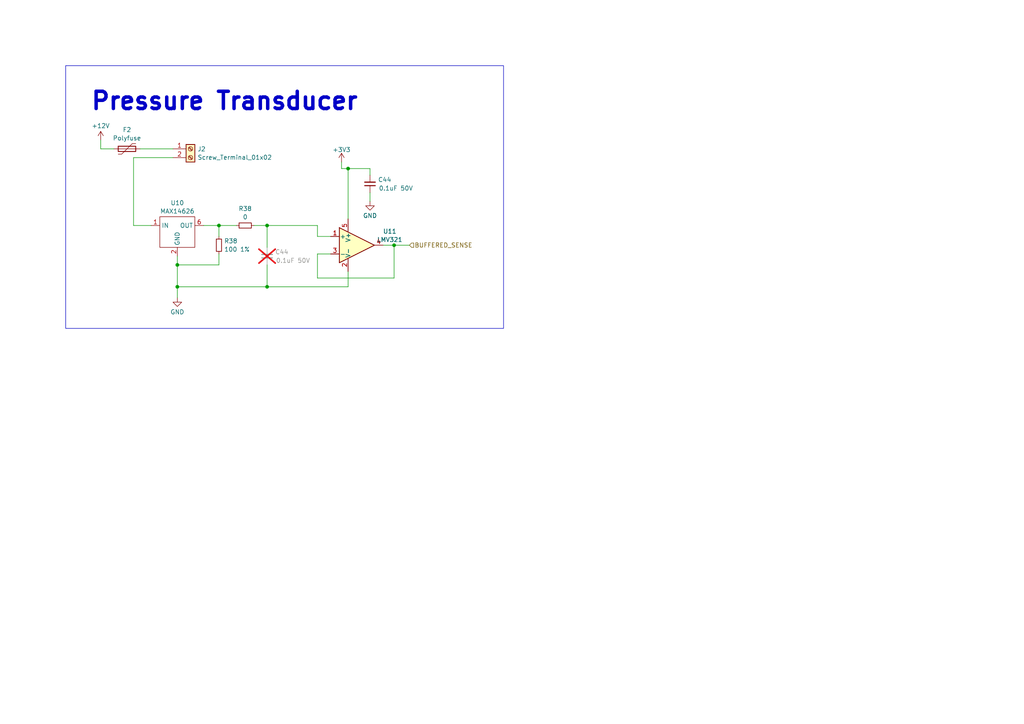
<source format=kicad_sch>
(kicad_sch (version 20230121) (generator eeschema)
  (paper "A4")
  (lib_symbols
    (symbol "Amplifier_Operational:LMV321" (pin_names (offset 0.127))
      (property "Reference" "U" (at 0 5.08 0))
      (property "Value" "LMV321" (at 0 -5.08 0))
      (symbol "LMV321_0_1"
        (polyline (pts (xy -5.08 5.08) (xy 5.08 0) (xy -5.08 -5.08) (xy -5.08 5.08)) (stroke (width 0.254)) (fill (type background)))
        (pin power_in line (at -2.54 -7.62 90) (length 3.81) (name "V-") (number "2"))
        (pin power_in line (at -2.54 7.62 270) (length 3.81) (name "V+") (number "5"))
      )
      (symbol "LMV321_1_1"
        (pin input line (at -7.62 2.54 0) (length 2.54) (name "+") (number "1"))
        (pin input line (at -7.62 -2.54 0) (length 2.54) (name "-") (number "3"))
        (pin output line (at 7.62 0 180) (length 2.54) (name "~") (number "4"))
      )
    )
    (symbol "Connector:Screw_Terminal_01x02" (pin_names (offset 1.016) hide)
      (property "Reference" "J" (at 0 2.54 0))
      (property "Value" "Screw_Terminal_01x02" (at 0 -5.08 0))
      (symbol "Screw_Terminal_01x02_1_1"
        (rectangle (start -1.27 1.27) (end 1.27 -3.81) (stroke (width 0.254)) (fill (type background)))
        (circle (center 0 -2.54) (radius 0.635) (stroke (width 0.1524)))
        (polyline (pts (xy -0.5334 -2.2098) (xy 0.3302 -3.048)) (stroke (width 0.1524)))
        (polyline (pts (xy -0.5334 0.3302) (xy 0.3302 -0.508)) (stroke (width 0.1524)))
        (polyline (pts (xy -0.3556 -2.032) (xy 0.508 -2.8702)) (stroke (width 0.1524)))
        (polyline (pts (xy -0.3556 0.508) (xy 0.508 -0.3302)) (stroke (width 0.1524)))
        (circle (center 0 0) (radius 0.635) (stroke (width 0.1524)))
        (pin passive line (at -5.08 0 0) (length 3.81) (name "Pin_1") (number "1"))
        (pin passive line (at -5.08 -2.54 0) (length 3.81) (name "Pin_2") (number "2"))
      )
    )
    (symbol "Custom Parts:MAX14626"
      (property "Reference" "U" (at -3.81 5.08 0))
      (property "Value" "MAX14626" (at 5.08 5.08 0))
      (symbol "MAX14626_0_1"
        (rectangle (start -5.08 3.81) (end 5.08 -5.08))
      )
      (symbol "MAX14626_1_1"
        (pin input line (at -7.62 1.27 0) (length 2.54) (name "IN") (number "1"))
        (pin input line (at 0 -7.62 90) (length 2.54) (name "GND") (number "2"))
        (pin input line (at 0 -7.62 90) (length 2.54) hide (name "GND") (number "3"))
        (pin input line (at 0 -7.62 90) (length 2.54) hide (name "GND") (number "4"))
        (pin input line (at 0 -7.62 90) (length 2.54) hide (name "GND") (number "5"))
        (pin input line (at 7.62 1.27 180) (length 2.54) (name "OUT") (number "6"))
        (pin input line (at 0 -7.62 90) (length 2.54) hide (name "GND") (number "7"))
      )
    )
    (symbol "Device:C_Small" (pin_numbers hide) (pin_names (offset 0.254) hide)
      (property "Reference" "C" (at 0.254 1.778 0))
      (property "Value" "C_Small" (at 0.254 -2.032 0))
      (symbol "C_Small_0_1"
        (polyline (pts (xy -1.524 -0.508) (xy 1.524 -0.508)) (stroke (width 0.3302)))
        (polyline (pts (xy -1.524 0.508) (xy 1.524 0.508)) (stroke (width 0.3048)))
      )
      (symbol "C_Small_1_1"
        (pin passive line (at 0 2.54 270) (length 2.032) (name "~") (number "1"))
        (pin passive line (at 0 -2.54 90) (length 2.032) (name "~") (number "2"))
      )
    )
    (symbol "Device:Polyfuse" (pin_numbers hide) (pin_names (offset 0))
      (property "Reference" "F" (at -2.54 0 90))
      (property "Value" "Polyfuse" (at 2.54 0 90))
      (symbol "Polyfuse_0_1"
        (rectangle (start -0.762 2.54) (end 0.762 -2.54) (stroke (width 0.254)))
        (polyline (pts (xy 0 2.54) (xy 0 -2.54)))
        (polyline (pts (xy -1.524 2.54) (xy -1.524 1.524) (xy 1.524 -1.524) (xy 1.524 -2.54)))
      )
      (symbol "Polyfuse_1_1"
        (pin passive line (at 0 3.81 270) (length 1.27) (name "~") (number "1"))
        (pin passive line (at 0 -3.81 90) (length 1.27) (name "~") (number "2"))
      )
    )
    (symbol "Device:R_Small" (pin_numbers hide) (pin_names (offset 0.254) hide)
      (property "Reference" "R" (at 0.762 0.508 0))
      (property "Value" "R_Small" (at 0.762 -1.016 0))
      (symbol "R_Small_0_1"
        (rectangle (start -0.762 1.778) (end 0.762 -1.778) (stroke (width 0.2032)))
      )
      (symbol "R_Small_1_1"
        (pin passive line (at 0 2.54 270) (length 0.762) (name "~") (number "1"))
        (pin passive line (at 0 -2.54 90) (length 0.762) (name "~") (number "2"))
      )
    )
    (symbol "power:+12V" (power) (pin_names (offset 0))
      (property "Value" "+12V" (at 0 3.556 0))
      (symbol "+12V_0_1"
        (polyline (pts (xy -0.762 1.27) (xy 0 2.54)))
        (polyline (pts (xy 0 0) (xy 0 2.54)))
        (polyline (pts (xy 0 2.54) (xy 0.762 1.27)))
      )
      (symbol "+12V_1_1"
        (pin power_in line (at 0 0 90) (length 0) hide (name "+12V") (number "1"))
      )
    )
    (symbol "power:+3V3" (power) (pin_names (offset 0))
      (property "Value" "+3V3" (at 0 3.556 0))
      (symbol "+3V3_0_1"
        (polyline (pts (xy -0.762 1.27) (xy 0 2.54)))
        (polyline (pts (xy 0 0) (xy 0 2.54)))
        (polyline (pts (xy 0 2.54) (xy 0.762 1.27)))
      )
      (symbol "+3V3_1_1"
        (pin power_in line (at 0 0 90) (length 0) hide (name "+3V3") (number "1"))
      )
    )
    (symbol "power:GND" (power) (pin_names (offset 0))
      (property "Value" "GND" (at 0 -3.81 0))
      (symbol "GND_0_1"
        (polyline (pts (xy 0 0) (xy 0 -1.27) (xy 1.27 -1.27) (xy 0 -2.54) (xy -1.27 -1.27) (xy 0 -1.27)))
      )
      (symbol "GND_1_1"
        (pin power_in line (at 0 0 270) (length 0) hide (name "GND") (number "1"))
      )
    )
  )
  (junction (at 51.435 76.835))
  (junction (at 77.47 83.185))
  (junction (at 63.5 65.405))
  (junction (at 77.47 65.405))
  (junction (at 51.435 83.185))
  (junction (at 114.3 71.12))
  (junction (at 100.965 48.895))
  (wire (pts (xy 114.3 71.12) (xy 118.745 71.12)))
  (wire (pts (xy 77.47 76.835) (xy 77.47 83.185)))
  (wire (pts (xy 100.965 48.895) (xy 100.965 63.5)))
  (wire (pts (xy 51.435 83.185) (xy 77.47 83.185)))
  (wire (pts (xy 29.21 40.64) (xy 29.21 43.18)))
  (wire (pts (xy 38.735 45.72) (xy 50.165 45.72)))
  (wire (pts (xy 77.47 83.185) (xy 100.965 83.185)))
  (wire (pts (xy 38.735 65.405) (xy 43.815 65.405)))
  (wire (pts (xy 77.47 65.405) (xy 77.47 71.755)))
  (wire (pts (xy 95.885 73.66) (xy 92.075 73.66)))
  (wire (pts (xy 29.21 43.18) (xy 33.02 43.18)))
  (wire (pts (xy 63.5 76.835) (xy 51.435 76.835)))
  (wire (pts (xy 107.315 55.88) (xy 107.315 58.42)))
  (wire (pts (xy 63.5 73.66) (xy 63.5 76.835)))
  (wire (pts (xy 51.435 76.835) (xy 51.435 83.185)))
  (wire (pts (xy 59.055 65.405) (xy 63.5 65.405)))
  (wire (pts (xy 77.47 65.405) (xy 92.075 65.405)))
  (wire (pts (xy 99.06 46.99) (xy 99.06 48.895)))
  (wire (pts (xy 114.3 80.645) (xy 114.3 71.12)))
  (wire (pts (xy 111.125 71.12) (xy 114.3 71.12)))
  (wire (pts (xy 40.64 43.18) (xy 50.165 43.18)))
  (wire (pts (xy 73.66 65.405) (xy 77.47 65.405)))
  (wire (pts (xy 92.075 80.645) (xy 114.3 80.645)))
  (wire (pts (xy 107.315 48.895) (xy 100.965 48.895)))
  (wire (pts (xy 107.315 50.8) (xy 107.315 48.895)))
  (wire (pts (xy 100.965 78.74) (xy 100.965 83.185)))
  (wire (pts (xy 63.5 65.405) (xy 68.58 65.405)))
  (wire (pts (xy 51.435 83.185) (xy 51.435 86.36)))
  (wire (pts (xy 99.06 48.895) (xy 100.965 48.895)))
  (wire (pts (xy 63.5 65.405) (xy 63.5 68.58)))
  (wire (pts (xy 51.435 74.295) (xy 51.435 76.835)))
  (wire (pts (xy 38.735 45.72) (xy 38.735 65.405)))
  (wire (pts (xy 92.075 65.405) (xy 92.075 68.58)))
  (wire (pts (xy 92.075 73.66) (xy 92.075 80.645)))
  (wire (pts (xy 92.075 68.58) (xy 95.885 68.58)))
  (rectangle (start 19.05 19.05) (end 146.05 95.25))
  (text "Pressure Transducer" (at 26.035 32.385 0) (effects (font (size 5 5) bold) (justify left bottom)))
  (hierarchical_label "BUFFERED_SENSE" (shape input) (at 118.745 71.12 0))
  (symbol (lib_id "Connector:Screw_Terminal_01x02") (at 55.245 43.18 0) (unit 1)
    (property "Reference" "J2" (at 57.277 43.2379 0) (effects (justify left)))
    (property "Value" "Screw_Terminal_01x02" (at 57.277 45.6621 0) (effects (justify left)))
    (property "Footprint" "Custom Parts:2604-1102" (effects hide))
    (instances (project "bilge-vacuum" (path "" (reference "J2") (unit 1)) (path "" (reference "J8") (unit 1))))
  )
  (symbol (lib_id "power:+12V") (at 29.21 40.64 0) (unit 1)
    (property "Reference" "#PWR057" (effects hide))
    (property "Value" "+12V" (at 29.21 36.5069 0))
  )
  (symbol (lib_id "Amplifier_Operational:LMV321") (at 103.505 71.12 0) (unit 1)
    (property "Reference" "U11" (at 113.0565 67.1028 0))
    (property "Value" "LMV321" (at 113.0565 69.527 0))
    (property "Footprint" "Custom Parts:SOT23-5" (effects hide))
    (property "Datasheet" "http://www.ti.com/lit/ds/symlink/lmv324.pdf" (effects hide))
    (instances (project "bilge-vacuum" (path "" (reference "U11") (unit 1)) (path "" (reference "U6") (unit 1))))
  )
  (symbol (lib_id "Device:R_Small") (at 63.5 71.12 180) (unit 1)
    (property "Reference" "R38" (at 64.9986 69.9079 0) (effects (justify right)))
    (property "Value" "100 1%" (at 64.9986 72.3321 0) (effects (justify right)))
    (property "Footprint" "Resistor_SMD:R_0805_2012Metric" (effects hide))
    (instances (project "bilge-vacuum" (path "" (reference "R38") (unit 1)) (path "" (reference "R13") (unit 1))))
  )
  (symbol (lib_id "power:GND") (at 51.435 86.36 0) (unit 1)
    (property "Reference" "#PWR034" (effects hide))
    (property "Value" "GND" (at 51.435 90.4931 0))
    (instances (project "bilge-vacuum" (path "" (reference "#PWR034") (unit 1)) (path "" (reference "#PWR016") (unit 1))))
  )
  (symbol (lib_id "Custom Parts:MAX14626") (at 51.435 66.675 0) (unit 1)
    (property "Reference" "U10" (at 51.435 58.8477 0))
    (property "Value" "MAX14626" (at 51.435 61.2719 0))
    (property "Footprint" "Custom Parts:TDFN-6" (effects hide))
    (instances (project "bilge-vacuum" (path "" (reference "U10") (unit 1)) (path "" (reference "U4") (unit 1))))
  )
  (symbol (lib_id "Device:C_Small") (at 77.47 74.295 180) (unit 1) (dnp yes)
    (property "Reference" "C44" (at 79.7941 73.0765 0) (effects (justify right)))
    (property "Value" "0.1uF 50V" (at 80.01 75.565 0) (effects (justify right)))
    (property "Footprint" "Capacitor_SMD:C_0805_2012Metric" (effects hide))
    (instances (project "bilge-vacuum" (path "" (reference "C44") (unit 1)) (path "" (reference "C53") (unit 1))))
  )
  (symbol (lib_id "power:+3V3") (at 99.06 46.99 0) (unit 1)
    (property "Reference" "#PWR056" (effects hide))
    (property "Value" "+3V3" (at 99.06 43.434 0))
  )
  (symbol (lib_id "power:GND") (at 107.315 58.42 0) (unit 1)
    (property "Reference" "#PWR036" (effects hide))
    (property "Value" "GND" (at 107.315 62.5531 0))
    (instances (project "bilge-vacuum" (path "" (reference "#PWR036") (unit 1)) (path "" (reference "#PWR018") (unit 1))))
  )
  (symbol (lib_id "Device:Polyfuse") (at 36.83 43.18 90) (unit 1)
    (property "Reference" "F2" (at 36.83 37.6387 90))
    (property "Value" "Polyfuse" (at 36.83 40.0629 90))
    (property "Footprint" "Resistor_SMD:R_2010_5025Metric" (effects hide))
    (instances (project "bilge-vacuum" (path "" (reference "F2") (unit 1)) (path "" (reference "F3") (unit 1))))
  )
  (symbol (lib_id "Device:C_Small") (at 107.315 53.34 180) (unit 1)
    (property "Reference" "C44" (at 109.6391 52.1215 0) (effects (justify right)))
    (property "Value" "0.1uF 50V" (at 109.855 54.61 0) (effects (justify right)))
    (property "Footprint" "Capacitor_SMD:C_0805_2012Metric" (effects hide))
    (instances (project "bilge-vacuum" (path "" (reference "C44") (unit 1)) (path "" (reference "C12") (unit 1))))
  )
  (symbol (lib_id "Device:R_Small") (at 71.12 65.405 270) (unit 1)
    (property "Reference" "R38" (at 71.12 60.5241 90))
    (property "Value" "0" (at 71.12 62.9483 90))
    (property "Footprint" "Resistor_SMD:R_0805_2012Metric" (effects hide))
    (instances (project "bilge-vacuum" (path "" (reference "R38") (unit 1)) (path "" (reference "R57") (unit 1))))
  )
)
</source>
